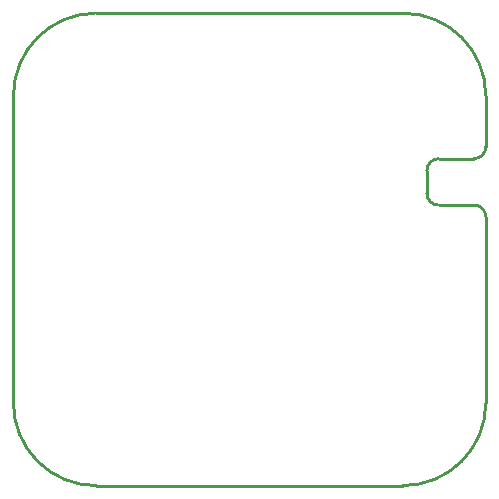
<source format=gm1>
G04*
G04 #@! TF.GenerationSoftware,Altium Limited,Altium Designer,20.0.2 (26)*
G04*
G04 Layer_Color=16711935*
%FSLAX25Y25*%
%MOIN*%
G70*
G01*
G75*
%ADD10C,0.01000*%
D10*
X112205Y-17717D02*
G03*
X139764Y9843I0J27559D01*
G01*
X-17717D02*
G03*
X9843Y-17717I27559J0D01*
G01*
Y139764D02*
G03*
X-17717Y112205I0J-27559D01*
G01*
X139764D02*
G03*
X112205Y139764I-27559J0D01*
G01*
X135827Y91252D02*
G03*
X139764Y95189I0J3937D01*
G01*
Y71858D02*
G03*
X135827Y75795I-3937J0D01*
G01*
X124047Y91252D02*
G03*
X120110Y87315I0J-3937D01*
G01*
Y79732D02*
G03*
X124047Y75795I3937J0D01*
G01*
X9843Y-17717D02*
X112205D01*
X-17717Y9843D02*
Y112205D01*
X9843Y139764D02*
X112205D01*
X139764Y9843D02*
Y71858D01*
Y95189D02*
Y112205D01*
X124047Y91252D02*
X135827D01*
X124047Y75795D02*
X135827D01*
X120110Y79732D02*
Y87315D01*
M02*

</source>
